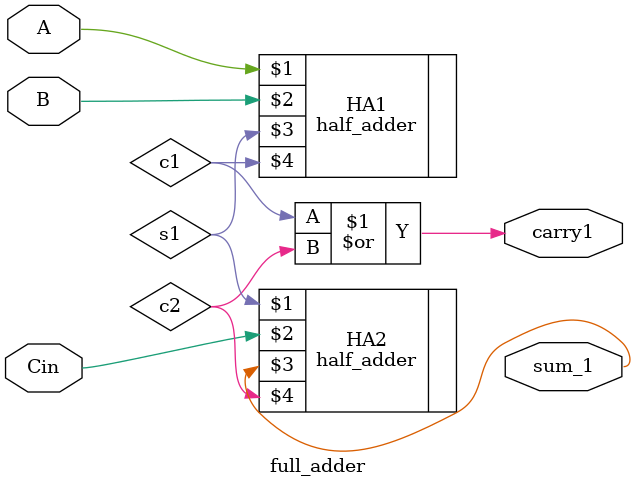
<source format=v>
`timescale 1ns / 1ps

module full_adder(
    input A,B,Cin,
    output sum_1, carry1
    );
    
    wire s1,c1,c2;
    
    half_adder HA1(A,B,s1,c1);
    half_adder HA2(s1,Cin,sum_1,c2);
    
    assign carry1 = c1 | c2;
    
endmodule

</source>
